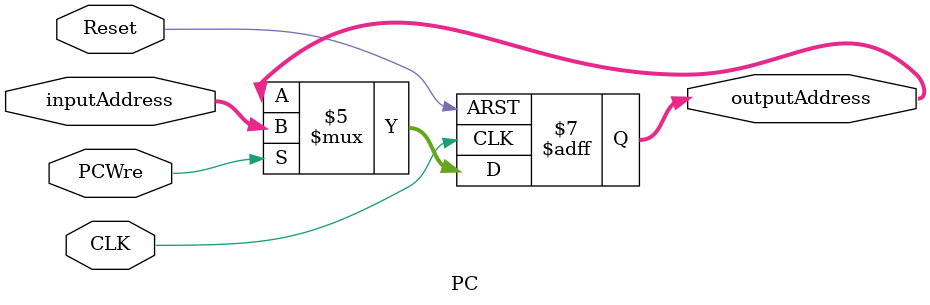
<source format=v>
`timescale 1ns / 1ps


module PC(
    input CLK,          //Ê±ÖÓ
    input Reset,        //Îª0Ê±ÖØÖÃ
    input PCWre,        //Îª0Ê±Í£»ú£¬PC²»¸ü¸Ä
    input [31:0]inputAddress,
    output reg [31:0]outputAddress
    );
    
    initial begin
        outputAddress <= 0;//³õÊ¼»¯PCµØÖ·Îª0
    end
    
    always@(posedge CLK or negedge Reset) begin
        if (Reset == 0) outputAddress <= 0;
        else begin
            if (PCWre == 1) outputAddress <= inputAddress;
        end
    end
endmodule

</source>
